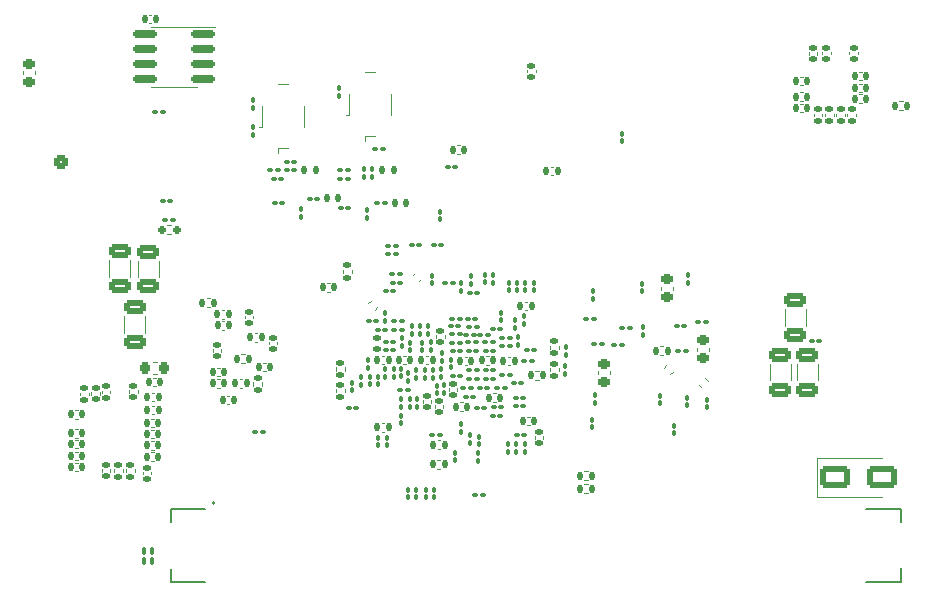
<source format=gbr>
%TF.GenerationSoftware,KiCad,Pcbnew,7.99.0-3958-g1df84f4d92*%
%TF.CreationDate,2023-12-24T00:45:37+01:00*%
%TF.ProjectId,SBC,5342432e-6b69-4636-9164-5f7063625858,rev?*%
%TF.SameCoordinates,Original*%
%TF.FileFunction,Legend,Bot*%
%TF.FilePolarity,Positive*%
%FSLAX46Y46*%
G04 Gerber Fmt 4.6, Leading zero omitted, Abs format (unit mm)*
G04 Created by KiCad (PCBNEW 7.99.0-3958-g1df84f4d92) date 2023-12-24 00:45:37*
%MOMM*%
%LPD*%
G01*
G04 APERTURE LIST*
G04 Aperture macros list*
%AMRoundRect*
0 Rectangle with rounded corners*
0 $1 Rounding radius*
0 $2 $3 $4 $5 $6 $7 $8 $9 X,Y pos of 4 corners*
0 Add a 4 corners polygon primitive as box body*
4,1,4,$2,$3,$4,$5,$6,$7,$8,$9,$2,$3,0*
0 Add four circle primitives for the rounded corners*
1,1,$1+$1,$2,$3*
1,1,$1+$1,$4,$5*
1,1,$1+$1,$6,$7*
1,1,$1+$1,$8,$9*
0 Add four rect primitives between the rounded corners*
20,1,$1+$1,$2,$3,$4,$5,0*
20,1,$1+$1,$4,$5,$6,$7,0*
20,1,$1+$1,$6,$7,$8,$9,0*
20,1,$1+$1,$8,$9,$2,$3,0*%
G04 Aperture macros list end*
%ADD10C,0.120000*%
%ADD11C,0.127000*%
%ADD12C,0.200000*%
%ADD13C,1.000000*%
%ADD14RoundRect,0.250000X-0.350000X0.350000X-0.350000X-0.350000X0.350000X-0.350000X0.350000X0.350000X0*%
%ADD15C,1.200000*%
%ADD16C,0.300000*%
%ADD17C,3.100000*%
%ADD18C,4.700000*%
%ADD19RoundRect,0.140000X-0.170000X0.140000X-0.170000X-0.140000X0.170000X-0.140000X0.170000X0.140000X0*%
%ADD20RoundRect,0.100000X0.130000X0.100000X-0.130000X0.100000X-0.130000X-0.100000X0.130000X-0.100000X0*%
%ADD21RoundRect,0.100000X-0.130000X-0.100000X0.130000X-0.100000X0.130000X0.100000X-0.130000X0.100000X0*%
%ADD22RoundRect,0.135000X-0.185000X0.135000X-0.185000X-0.135000X0.185000X-0.135000X0.185000X0.135000X0*%
%ADD23RoundRect,0.140000X0.140000X0.170000X-0.140000X0.170000X-0.140000X-0.170000X0.140000X-0.170000X0*%
%ADD24RoundRect,0.100000X-0.100000X0.130000X-0.100000X-0.130000X0.100000X-0.130000X0.100000X0.130000X0*%
%ADD25RoundRect,0.135000X-0.135000X-0.185000X0.135000X-0.185000X0.135000X0.185000X-0.135000X0.185000X0*%
%ADD26RoundRect,0.100000X0.100000X-0.130000X0.100000X0.130000X-0.100000X0.130000X-0.100000X-0.130000X0*%
%ADD27RoundRect,0.140000X-0.140000X-0.170000X0.140000X-0.170000X0.140000X0.170000X-0.140000X0.170000X0*%
%ADD28C,1.600000*%
%ADD29C,0.900000*%
%ADD30R,1.400000X3.300000*%
%ADD31R,0.250000X0.850000*%
%ADD32R,0.450000X1.200000*%
%ADD33R,0.300000X1.200000*%
%ADD34RoundRect,0.100000X0.021213X0.162635X-0.162635X-0.021213X-0.021213X-0.162635X0.162635X0.021213X0*%
%ADD35RoundRect,0.135000X0.185000X-0.135000X0.185000X0.135000X-0.185000X0.135000X-0.185000X-0.135000X0*%
%ADD36RoundRect,0.140000X0.170000X-0.140000X0.170000X0.140000X-0.170000X0.140000X-0.170000X-0.140000X0*%
%ADD37RoundRect,0.225000X-0.250000X0.225000X-0.250000X-0.225000X0.250000X-0.225000X0.250000X0.225000X0*%
%ADD38RoundRect,0.135000X0.135000X0.185000X-0.135000X0.185000X-0.135000X-0.185000X0.135000X-0.185000X0*%
%ADD39RoundRect,0.100000X-0.100000X0.217500X-0.100000X-0.217500X0.100000X-0.217500X0.100000X0.217500X0*%
%ADD40R,1.200000X1.800000*%
%ADD41RoundRect,0.160000X-0.197500X-0.160000X0.197500X-0.160000X0.197500X0.160000X-0.197500X0.160000X0*%
%ADD42RoundRect,0.150000X0.825000X0.150000X-0.825000X0.150000X-0.825000X-0.150000X0.825000X-0.150000X0*%
%ADD43RoundRect,0.250000X0.650000X-0.325000X0.650000X0.325000X-0.650000X0.325000X-0.650000X-0.325000X0*%
%ADD44RoundRect,0.147500X0.147500X0.172500X-0.147500X0.172500X-0.147500X-0.172500X0.147500X-0.172500X0*%
%ADD45RoundRect,0.100000X-0.021213X-0.162635X0.162635X0.021213X0.021213X0.162635X-0.162635X-0.021213X0*%
%ADD46RoundRect,0.140000X0.021213X-0.219203X0.219203X-0.021213X-0.021213X0.219203X-0.219203X0.021213X0*%
%ADD47RoundRect,0.250000X-1.000000X-0.650000X1.000000X-0.650000X1.000000X0.650000X-1.000000X0.650000X0*%
%ADD48RoundRect,0.250000X-0.650000X0.325000X-0.650000X-0.325000X0.650000X-0.325000X0.650000X0.325000X0*%
%ADD49RoundRect,0.135000X0.226274X0.035355X0.035355X0.226274X-0.226274X-0.035355X-0.035355X-0.226274X0*%
%ADD50RoundRect,0.225000X0.250000X-0.225000X0.250000X0.225000X-0.250000X0.225000X-0.250000X-0.225000X0*%
%ADD51RoundRect,0.100000X-0.162635X0.021213X0.021213X-0.162635X0.162635X-0.021213X-0.021213X0.162635X0*%
%ADD52RoundRect,0.135000X0.035355X-0.226274X0.226274X-0.035355X-0.035355X0.226274X-0.226274X0.035355X0*%
%ADD53RoundRect,0.100000X0.162635X-0.021213X-0.021213X0.162635X-0.162635X0.021213X0.021213X-0.162635X0*%
%ADD54RoundRect,0.218750X-0.218750X-0.256250X0.218750X-0.256250X0.218750X0.256250X-0.218750X0.256250X0*%
%ADD55RoundRect,0.147500X0.172500X-0.147500X0.172500X0.147500X-0.172500X0.147500X-0.172500X-0.147500X0*%
G04 APERTURE END LIST*
D10*
%TO.C,C165*%
X31740000Y14087978D02*
X31740000Y14303650D01*
X32460000Y14087978D02*
X32460000Y14303650D01*
%TO.C,R36*%
X24374519Y16800973D02*
X24374519Y17108255D01*
X25134519Y16800973D02*
X25134519Y17108255D01*
%TO.C,C5*%
X63720145Y40347486D02*
X63935817Y40347486D01*
X63720145Y39627486D02*
X63935817Y39627486D01*
%TO.C,R62*%
X45708160Y7194614D02*
X45400878Y7194614D01*
X45708160Y6434614D02*
X45400878Y6434614D01*
%TO.C,R73*%
X17398400Y15522559D02*
X17398400Y15829841D01*
X18158400Y15522559D02*
X18158400Y15829841D01*
%TO.C,C283*%
X16467355Y16080014D02*
X16251683Y16080014D01*
X16467355Y15360014D02*
X16251683Y15360014D01*
%TO.C,C10*%
X67717981Y38329650D02*
X67717981Y38545322D01*
X68437981Y38329650D02*
X68437981Y38545322D01*
D11*
%TO.C,J1*%
X10450000Y5100000D02*
X10450000Y4000000D01*
X10450000Y0D02*
X10450000Y-1100000D01*
X10450000Y-1100000D02*
X13350000Y-1100000D01*
X13350000Y5100000D02*
X10450000Y5100000D01*
X72250000Y5100000D02*
X69250000Y5100000D01*
X72250000Y5100000D02*
X72250000Y4000000D01*
X72250000Y100000D02*
X72250000Y-1100000D01*
X72250000Y-1100000D02*
X69250000Y-1100000D01*
D12*
X14125000Y5600000D02*
G75*
G02*
X13925000Y5600000I-100000J0D01*
G01*
X13925000Y5600000D02*
G75*
G02*
X14125000Y5600000I100000J0D01*
G01*
D10*
%TO.C,R37*%
X24974519Y25035973D02*
X24974519Y25343255D01*
X25734519Y25035973D02*
X25734519Y25343255D01*
%TO.C,C330*%
X8746683Y12724614D02*
X8962355Y12724614D01*
X8746683Y12004614D02*
X8962355Y12004614D01*
%TO.C,R96*%
X6602500Y8493241D02*
X6602500Y8185959D01*
X7362500Y8493241D02*
X7362500Y8185959D01*
%TO.C,R71*%
X72386622Y39599986D02*
X72079340Y39599986D01*
X72386622Y38839986D02*
X72079340Y38839986D01*
%TO.C,C212*%
X23907836Y24210000D02*
X23692164Y24210000D01*
X23907836Y23490000D02*
X23692164Y23490000D01*
%TO.C,C12*%
X67867981Y43782822D02*
X67867981Y43567150D01*
X68587981Y43782822D02*
X68587981Y43567150D01*
%TO.C,C333*%
X2537355Y13449614D02*
X2321683Y13449614D01*
X2537355Y12729614D02*
X2321683Y12729614D01*
%TO.C,C255*%
X46562032Y16477553D02*
X46562032Y16758713D01*
X47582032Y16477553D02*
X47582032Y16758713D01*
%TO.C,R69*%
X42518919Y16729773D02*
X42518919Y17037055D01*
X43278919Y16729773D02*
X43278919Y17037055D01*
%TO.C,R74*%
X16380159Y18189800D02*
X16687441Y18189800D01*
X16380159Y17429800D02*
X16687441Y17429800D01*
%TO.C,C202*%
X32886919Y19805250D02*
X32886919Y19589578D01*
X33606919Y19805250D02*
X33606919Y19589578D01*
%TO.C,C158*%
X40394388Y22630224D02*
X40610060Y22630224D01*
X40394388Y21910224D02*
X40610060Y21910224D01*
%TO.C,C280*%
X17742355Y19974614D02*
X17526683Y19974614D01*
X17742355Y19254614D02*
X17526683Y19254614D01*
%TO.C,R70*%
X42518919Y18609373D02*
X42518919Y18916655D01*
X43278919Y18609373D02*
X43278919Y18916655D01*
%TO.C,C284*%
X13994519Y18406778D02*
X13994519Y18622450D01*
X14714519Y18406778D02*
X14714519Y18622450D01*
%TO.C,C7*%
X64867981Y38329650D02*
X64867981Y38545322D01*
X65587981Y38329650D02*
X65587981Y38545322D01*
%TO.C,Y4*%
X17872000Y37433000D02*
X18112000Y37433000D01*
X18112000Y37433000D02*
X18112000Y39233000D01*
X19512000Y41033000D02*
X20312000Y41033000D01*
X19512000Y35633000D02*
X19512000Y35233000D01*
X20312000Y35633000D02*
X19512000Y35633000D01*
X21712000Y39233000D02*
X21712000Y37433000D01*
%TO.C,C133*%
X33940000Y15307836D02*
X33940000Y15092164D01*
X34660000Y15307836D02*
X34660000Y15092164D01*
%TO.C,C6*%
X63720145Y39397486D02*
X63935817Y39397486D01*
X63720145Y38677486D02*
X63935817Y38677486D01*
%TO.C,Y3*%
X25238000Y38449000D02*
X25478000Y38449000D01*
X25478000Y38449000D02*
X25478000Y40249000D01*
X26878000Y42049000D02*
X27678000Y42049000D01*
X26878000Y36649000D02*
X26878000Y36249000D01*
X27678000Y36649000D02*
X26878000Y36649000D01*
X29078000Y40249000D02*
X29078000Y38449000D01*
%TO.C,C274*%
X10478421Y29086400D02*
X10143179Y29086400D01*
X10478421Y28326400D02*
X10143179Y28326400D01*
%TO.C,U18*%
X8737000Y45932000D02*
X10687000Y45932000D01*
X8737000Y40812000D02*
X10687000Y40812000D01*
X12637000Y40812000D02*
X10687000Y40812000D01*
X14137000Y45932000D02*
X10687000Y45932000D01*
%TO.C,C282*%
X18472355Y17480014D02*
X18256683Y17480014D01*
X18472355Y16760014D02*
X18256683Y16760014D01*
%TO.C,C2*%
X65567981Y43782822D02*
X65567981Y43567150D01*
X66287981Y43782822D02*
X66287981Y43567150D01*
%TO.C,C323*%
X8796683Y14924614D02*
X9012355Y14924614D01*
X8796683Y14204614D02*
X9012355Y14204614D01*
%TO.C,C41*%
X63417981Y17386238D02*
X63417981Y15963734D01*
X65237981Y17386238D02*
X65237981Y15963734D01*
%TO.C,C320*%
X8946683Y16212114D02*
X9162355Y16212114D01*
X8946683Y15492114D02*
X9162355Y15492114D01*
%TO.C,C13*%
X68935817Y40197486D02*
X68720145Y40197486D01*
X68935817Y39477486D02*
X68720145Y39477486D01*
%TO.C,C329*%
X2537355Y9924614D02*
X2321683Y9924614D01*
X2537355Y9204614D02*
X2321683Y9204614D01*
%TO.C,C190*%
X30120366Y18057875D02*
X30336038Y18057875D01*
X30120366Y17337875D02*
X30336038Y17337875D01*
%TO.C,C170*%
X31062093Y25049410D02*
X30909590Y24896907D01*
X31571210Y24540293D02*
X31418707Y24387790D01*
%TO.C,C335*%
X8796683Y13824614D02*
X9012355Y13824614D01*
X8796683Y13104614D02*
X9012355Y13104614D01*
%TO.C,D1*%
X65171000Y9432600D02*
X65171000Y6132600D01*
X70681000Y9432600D02*
X65171000Y9432600D01*
X70681000Y6132600D02*
X65171000Y6132600D01*
%TO.C,C154*%
X40590000Y42257836D02*
X40590000Y42042164D01*
X41310000Y42257836D02*
X41310000Y42042164D01*
%TO.C,C332*%
X4594519Y8467436D02*
X4594519Y8251764D01*
X5314519Y8467436D02*
X5314519Y8251764D01*
%TO.C,C328*%
X3694519Y14744278D02*
X3694519Y14959950D01*
X4414519Y14744278D02*
X4414519Y14959950D01*
%TO.C,C67*%
X6454400Y19968748D02*
X6454400Y21391252D01*
X8274400Y19968748D02*
X8274400Y21391252D01*
%TO.C,C155*%
X37349335Y18023934D02*
X37133663Y18023934D01*
X37349335Y17303934D02*
X37133663Y17303934D01*
%TO.C,C279*%
X14376683Y17030014D02*
X14592355Y17030014D01*
X14376683Y16310014D02*
X14592355Y16310014D01*
%TO.C,C15*%
X64442981Y43752822D02*
X64442981Y43537150D01*
X65162981Y43752822D02*
X65162981Y43537150D01*
%TO.C,C325*%
X8044519Y8222450D02*
X8044519Y8006778D01*
X8764519Y8222450D02*
X8764519Y8006778D01*
%TO.C,C318*%
X2744519Y14706778D02*
X2744519Y14922450D01*
X3464519Y14706778D02*
X3464519Y14922450D01*
%TO.C,R34*%
X41299159Y16788400D02*
X41606441Y16788400D01*
X41299159Y16028400D02*
X41606441Y16028400D01*
%TO.C,C151*%
X32790000Y13642164D02*
X32790000Y13857836D01*
X33510000Y13642164D02*
X33510000Y13857836D01*
%TO.C,C168*%
X39173690Y17987600D02*
X38958018Y17987600D01*
X39173690Y17267600D02*
X38958018Y17267600D01*
%TO.C,R38*%
X24374519Y15258255D02*
X24374519Y14950973D01*
X25134519Y15258255D02*
X25134519Y14950973D01*
%TO.C,C43*%
X62402981Y20563734D02*
X62402981Y21986238D01*
X64222981Y20563734D02*
X64222981Y21986238D01*
%TO.C,C331*%
X8746683Y10824614D02*
X8962355Y10824614D01*
X8746683Y10104614D02*
X8962355Y10104614D01*
%TO.C,C285*%
X15392355Y14680014D02*
X15176683Y14680014D01*
X15392355Y13960014D02*
X15176683Y13960014D01*
%TO.C,R63*%
X52131023Y18860285D02*
X51823741Y18860285D01*
X52131023Y18100285D02*
X51823741Y18100285D01*
%TO.C,R72*%
X13450878Y22932114D02*
X13758160Y22932114D01*
X13450878Y22172114D02*
X13758160Y22172114D01*
%TO.C,C130*%
X42592164Y34060000D02*
X42807836Y34060000D01*
X42592164Y33340000D02*
X42807836Y33340000D01*
%TO.C,C334*%
X8746683Y11774614D02*
X8962355Y11774614D01*
X8746683Y11054614D02*
X8962355Y11054614D01*
%TO.C,C178*%
X32211836Y18040382D02*
X31996164Y18040382D01*
X32211836Y17320382D02*
X31996164Y17320382D01*
%TO.C,C36*%
X61117981Y17386238D02*
X61117981Y15963734D01*
X62937981Y17386238D02*
X62937981Y15963734D01*
%TO.C,R33*%
X55127178Y15604554D02*
X55344459Y15387273D01*
X55664579Y16141955D02*
X55881860Y15924674D01*
%TO.C,C9*%
X66767981Y38329650D02*
X66767981Y38545322D01*
X67487981Y38329650D02*
X67487981Y38545322D01*
%TO.C,C256*%
X51913919Y23907394D02*
X51913919Y23626234D01*
X52933919Y23907394D02*
X52933919Y23626234D01*
%TO.C,C276*%
X14967355Y20980014D02*
X14751683Y20980014D01*
X14967355Y20260014D02*
X14751683Y20260014D01*
%TO.C,C66*%
X7622800Y24693148D02*
X7622800Y26115652D01*
X9442800Y24693148D02*
X9442800Y26115652D01*
%TO.C,C157*%
X40811836Y12881069D02*
X40596164Y12881069D01*
X40811836Y12161069D02*
X40596164Y12161069D01*
%TO.C,C267*%
X54944519Y18755194D02*
X54944519Y18474034D01*
X55964519Y18755194D02*
X55964519Y18474034D01*
%TO.C,R40*%
X32950878Y9232114D02*
X33258160Y9232114D01*
X32950878Y8472114D02*
X33258160Y8472114D01*
%TO.C,C4*%
X63720145Y41697486D02*
X63935817Y41697486D01*
X63720145Y40977486D02*
X63935817Y40977486D01*
%TO.C,R39*%
X27355083Y22702579D02*
X27137802Y22485298D01*
X27892484Y22165178D02*
X27675203Y21947897D01*
%TO.C,C337*%
X2537355Y10934614D02*
X2321683Y10934614D01*
X2537355Y10214614D02*
X2321683Y10214614D01*
%TO.C,C129*%
X35147155Y14117414D02*
X34931483Y14117414D01*
X35147155Y13397414D02*
X34931483Y13397414D01*
%TO.C,C3*%
X68935817Y42097486D02*
X68720145Y42097486D01*
X68935817Y41377486D02*
X68720145Y41377486D01*
%TO.C,C169*%
X41233000Y11229836D02*
X41233000Y11014164D01*
X41953000Y11229836D02*
X41953000Y11014164D01*
%TO.C,C140*%
X33232836Y10885000D02*
X33017164Y10885000D01*
X33232836Y10165000D02*
X33017164Y10165000D01*
%TO.C,C338*%
X2537355Y8999614D02*
X2321683Y8999614D01*
X2537355Y8279614D02*
X2321683Y8279614D01*
%TO.C,C310*%
X8789836Y46937000D02*
X8574164Y46937000D01*
X8789836Y46217000D02*
X8574164Y46217000D01*
%TO.C,C336*%
X6899038Y14906778D02*
X6899038Y15122450D01*
X7619038Y14906778D02*
X7619038Y15122450D01*
%TO.C,C289*%
X-2110000Y41884420D02*
X-2110000Y42165580D01*
X-1090000Y41884420D02*
X-1090000Y42165580D01*
%TO.C,C8*%
X65817981Y38329650D02*
X65817981Y38545322D01*
X66537981Y38329650D02*
X66537981Y38545322D01*
%TO.C,C193*%
X28273389Y18067157D02*
X28489061Y18067157D01*
X28273389Y17347157D02*
X28489061Y17347157D01*
%TO.C,R97*%
X5602500Y8493241D02*
X5602500Y8185959D01*
X6362500Y8493241D02*
X6362500Y8185959D01*
%TO.C,C166*%
X35292798Y17990914D02*
X35508470Y17990914D01*
X35292798Y17270914D02*
X35508470Y17270914D01*
%TO.C,C322*%
X2537355Y11854614D02*
X2321683Y11854614D01*
X2537355Y11134614D02*
X2321683Y11134614D01*
%TO.C,C11*%
X68935817Y41097486D02*
X68720145Y41097486D01*
X68935817Y40377486D02*
X68720145Y40377486D01*
%TO.C,C156*%
X37703258Y14862269D02*
X37918930Y14862269D01*
X37703258Y14142269D02*
X37918930Y14142269D01*
%TO.C,C324*%
X8746683Y9874614D02*
X8962355Y9874614D01*
X8746683Y9154614D02*
X8962355Y9154614D01*
%TO.C,FB7*%
X9217298Y17562114D02*
X8891740Y17562114D01*
X9217298Y16542114D02*
X8891740Y16542114D01*
%TO.C,C278*%
X14942355Y21930014D02*
X14726683Y21930014D01*
X14942355Y21210014D02*
X14726683Y21210014D01*
%TO.C,C173*%
X34692164Y35860000D02*
X34907836Y35860000D01*
X34692164Y35140000D02*
X34907836Y35140000D01*
%TO.C,C277*%
X16674519Y21427850D02*
X16674519Y21212178D01*
X17394519Y21427850D02*
X17394519Y21212178D01*
%TO.C,R61*%
X45708160Y8294614D02*
X45400878Y8294614D01*
X45708160Y7534614D02*
X45400878Y7534614D01*
%TO.C,C141*%
X28272164Y12360000D02*
X28487836Y12360000D01*
X28272164Y11640000D02*
X28487836Y11640000D01*
%TO.C,C326*%
X4594519Y14881778D02*
X4594519Y15097450D01*
X5314519Y14881778D02*
X5314519Y15097450D01*
%TO.C,C70*%
X5184400Y24718548D02*
X5184400Y26141052D01*
X7004400Y24718548D02*
X7004400Y26141052D01*
%TO.C,C281*%
X14376683Y16080014D02*
X14592355Y16080014D01*
X14376683Y15360014D02*
X14592355Y15360014D01*
%TO.C,R64*%
X52381469Y17243184D02*
X52164188Y17025903D01*
X52918870Y16705783D02*
X52701589Y16488502D01*
%TO.C,C286*%
X18724519Y19227850D02*
X18724519Y19012178D01*
X19444519Y19227850D02*
X19444519Y19012178D01*
%TD*%
%LPC*%
D13*
X-4000000Y51000000D02*
X80000000Y51000000D01*
X80000000Y-4000000D01*
X-4000000Y-4000000D01*
X-4000000Y51000000D01*
D14*
%TO.C,J3*%
X1112000Y34427000D03*
D15*
X-888000Y34427000D03*
X1112000Y32427000D03*
X-888000Y32427000D03*
X1112000Y30427000D03*
X-888000Y30427000D03*
X1112000Y28427000D03*
X-888000Y28427000D03*
X1112000Y26427000D03*
X-888000Y26427000D03*
%TD*%
D16*
%TO.C,U6*%
X7185800Y23386000D03*
X7685800Y23386000D03*
X8185800Y23386000D03*
X7185800Y24386000D03*
X7685800Y24386000D03*
X8185800Y24386000D03*
%TD*%
D17*
%TO.C,H3*%
X0Y47000000D03*
D18*
X0Y47000000D03*
%TD*%
D17*
%TO.C,H1*%
X76000000Y47000000D03*
D18*
X76000000Y47000000D03*
%TD*%
D17*
%TO.C,H2*%
X0Y0D03*
D18*
X0Y0D03*
%TD*%
D17*
%TO.C,H4*%
X76000000Y0D03*
D18*
X76000000Y0D03*
%TD*%
D19*
%TO.C,C165*%
X32100000Y14675814D03*
X32100000Y13715814D03*
%TD*%
D20*
%TO.C,C137*%
X10370000Y31150000D03*
X9730000Y31150000D03*
%TD*%
%TO.C,C215*%
X36348014Y16111994D03*
X35708014Y16111994D03*
%TD*%
D21*
%TO.C,C295*%
X24773600Y33049800D03*
X25413600Y33049800D03*
%TD*%
D22*
%TO.C,R36*%
X24754519Y17464614D03*
X24754519Y16444614D03*
%TD*%
D23*
%TO.C,C5*%
X64307981Y39987486D03*
X63347981Y39987486D03*
%TD*%
D24*
%TO.C,C180*%
X48600000Y36870000D03*
X48600000Y36230000D03*
%TD*%
D25*
%TO.C,R62*%
X45044519Y6814614D03*
X46064519Y6814614D03*
%TD*%
D21*
%TO.C,C160*%
X36636400Y19850000D03*
X37276400Y19850000D03*
%TD*%
D26*
%TO.C,C240*%
X39750000Y23601224D03*
X39750000Y24241224D03*
%TD*%
D22*
%TO.C,R73*%
X17778400Y16186200D03*
X17778400Y15166200D03*
%TD*%
D27*
%TO.C,C283*%
X15879519Y15720014D03*
X16839519Y15720014D03*
%TD*%
D20*
%TO.C,C184*%
X38316800Y12983800D03*
X37676800Y12983800D03*
%TD*%
D19*
%TO.C,C10*%
X68077981Y38917486D03*
X68077981Y37957486D03*
%TD*%
D26*
%TO.C,C245*%
X30502519Y15925814D03*
X30502519Y16565814D03*
%TD*%
%TO.C,C197*%
X38355924Y21050429D03*
X38355924Y21690429D03*
%TD*%
D28*
%TO.C,J1*%
X70200000Y2000000D03*
D29*
X12500000Y2000000D03*
D30*
X72050000Y2000000D03*
D31*
X71225000Y3225000D03*
X71225000Y775000D03*
D30*
X10650000Y2000000D03*
D31*
X11475000Y3225000D03*
X11475000Y775000D03*
D32*
X14025000Y4700000D03*
D33*
X14600000Y4700000D03*
X15100000Y4700000D03*
X15600000Y4700000D03*
X16100000Y4700000D03*
X16600000Y4700000D03*
X17100000Y4700000D03*
X17600000Y4700000D03*
X18100000Y4700000D03*
X18600000Y4700000D03*
X19100000Y4700000D03*
X19600000Y4700000D03*
X20100000Y4700000D03*
X20600000Y4700000D03*
X21100000Y4700000D03*
X21600000Y4700000D03*
X22100000Y4700000D03*
X22600000Y4700000D03*
X23100000Y4700000D03*
X23600000Y4700000D03*
X24100000Y4700000D03*
X24600000Y4700000D03*
X25100000Y4700000D03*
X25600000Y4700000D03*
X26100000Y4700000D03*
X26600000Y4700000D03*
X27100000Y4700000D03*
X27600000Y4700000D03*
X28100000Y4700000D03*
X28600000Y4700000D03*
X29100000Y4700000D03*
X29600000Y4700000D03*
X30100000Y4700000D03*
X30600000Y4700000D03*
X31100000Y4700000D03*
X31600000Y4700000D03*
X32100000Y4700000D03*
X32600000Y4700000D03*
X33100000Y4700000D03*
X33600000Y4700000D03*
X34100000Y4700000D03*
X34600000Y4700000D03*
X35100000Y4700000D03*
X35600000Y4700000D03*
X36100000Y4700000D03*
X36600000Y4700000D03*
X37100000Y4700000D03*
X37600000Y4700000D03*
X38100000Y4700000D03*
X38600000Y4700000D03*
X39100000Y4700000D03*
X39600000Y4700000D03*
X40100000Y4700000D03*
X40600000Y4700000D03*
X41100000Y4700000D03*
X41600000Y4700000D03*
X42100000Y4700000D03*
X42600000Y4700000D03*
X43100000Y4700000D03*
X43600000Y4700000D03*
X44100000Y4700000D03*
X44600000Y4700000D03*
X45100000Y4700000D03*
X45600000Y4700000D03*
X46100000Y4700000D03*
X46600000Y4700000D03*
X47100000Y4700000D03*
X47600000Y4700000D03*
X48100000Y4700000D03*
X48600000Y4700000D03*
X49100000Y4700000D03*
X49600000Y4700000D03*
X50100000Y4700000D03*
X50600000Y4700000D03*
X51100000Y4700000D03*
X51600000Y4700000D03*
X52100000Y4700000D03*
X52600000Y4700000D03*
X53100000Y4700000D03*
X53600000Y4700000D03*
X54100000Y4700000D03*
X54600000Y4700000D03*
X55100000Y4700000D03*
X55600000Y4700000D03*
X56100000Y4700000D03*
X56600000Y4700000D03*
X57100000Y4700000D03*
X57600000Y4700000D03*
X58100000Y4700000D03*
X58600000Y4700000D03*
X59100000Y4700000D03*
X59600000Y4700000D03*
X60100000Y4700000D03*
X60600000Y4700000D03*
X61100000Y4700000D03*
X61600000Y4700000D03*
X62100000Y4700000D03*
X62600000Y4700000D03*
X63100000Y4700000D03*
X63600000Y4700000D03*
X64100000Y4700000D03*
X64600000Y4700000D03*
X65100000Y4700000D03*
X65600000Y4700000D03*
X66100000Y4700000D03*
X66600000Y4700000D03*
X67100000Y4700000D03*
X67600000Y4700000D03*
X68100000Y4700000D03*
D32*
X68675000Y4700000D03*
X14025000Y-700000D03*
D33*
X14600000Y-700000D03*
X15100000Y-700000D03*
X15600000Y-700000D03*
X16100000Y-700000D03*
X16600000Y-700000D03*
X17100000Y-700000D03*
X17600000Y-700000D03*
X18100000Y-700000D03*
X18600000Y-700000D03*
X19100000Y-700000D03*
X19600000Y-700000D03*
X20100000Y-700000D03*
X20600000Y-700000D03*
X21100000Y-700000D03*
X21600000Y-700000D03*
X22100000Y-700000D03*
X22600000Y-700000D03*
X23100000Y-700000D03*
X23600000Y-700000D03*
X24100000Y-700000D03*
X24600000Y-700000D03*
X25100000Y-700000D03*
X25600000Y-700000D03*
X26100000Y-700000D03*
X26600000Y-700000D03*
X27100000Y-700000D03*
X27600000Y-700000D03*
X28100000Y-700000D03*
X28600000Y-700000D03*
X29100000Y-700000D03*
X29600000Y-700000D03*
X30100000Y-700000D03*
X30600000Y-700000D03*
X31100000Y-700000D03*
X31600000Y-700000D03*
X32100000Y-700000D03*
X32600000Y-700000D03*
X33100000Y-700000D03*
X33600000Y-700000D03*
X34100000Y-700000D03*
X34600000Y-700000D03*
X35100000Y-700000D03*
X35600000Y-700000D03*
X36100000Y-700000D03*
X36600000Y-700000D03*
X37100000Y-700000D03*
X37600000Y-700000D03*
X38100000Y-700000D03*
X38600000Y-700000D03*
X39100000Y-700000D03*
X39600000Y-700000D03*
X40100000Y-700000D03*
X40600000Y-700000D03*
X41100000Y-700000D03*
X41600000Y-700000D03*
X42100000Y-700000D03*
X42600000Y-700000D03*
X43100000Y-700000D03*
X43600000Y-700000D03*
X44100000Y-700000D03*
X44600000Y-700000D03*
X45100000Y-700000D03*
X45600000Y-700000D03*
X46100000Y-700000D03*
X46600000Y-700000D03*
X47100000Y-700000D03*
X47600000Y-700000D03*
X48100000Y-700000D03*
X48600000Y-700000D03*
X49100000Y-700000D03*
X49600000Y-700000D03*
X50100000Y-700000D03*
X50600000Y-700000D03*
X51100000Y-700000D03*
X51600000Y-700000D03*
X52100000Y-700000D03*
X52600000Y-700000D03*
X53100000Y-700000D03*
X53600000Y-700000D03*
X54100000Y-700000D03*
X54600000Y-700000D03*
X55100000Y-700000D03*
X55600000Y-700000D03*
X56100000Y-700000D03*
X56600000Y-700000D03*
X57100000Y-700000D03*
X57600000Y-700000D03*
X58100000Y-700000D03*
X58600000Y-700000D03*
X59100000Y-700000D03*
X59600000Y-700000D03*
X60100000Y-700000D03*
X60600000Y-700000D03*
X61100000Y-700000D03*
X61600000Y-700000D03*
X62100000Y-700000D03*
X62600000Y-700000D03*
X63100000Y-700000D03*
X63600000Y-700000D03*
X64100000Y-700000D03*
X64600000Y-700000D03*
X65100000Y-700000D03*
X65600000Y-700000D03*
X66100000Y-700000D03*
X66600000Y-700000D03*
X67100000Y-700000D03*
X67600000Y-700000D03*
X68100000Y-700000D03*
D32*
X68675000Y-700000D03*
%TD*%
D26*
%TO.C,C207*%
X39602429Y20406539D03*
X39602429Y21046539D03*
%TD*%
D34*
%TO.C,C192*%
X28913274Y15528274D03*
X28460726Y15075726D03*
%TD*%
D20*
%TO.C,C221*%
X34914200Y21168400D03*
X34274200Y21168400D03*
%TD*%
D22*
%TO.C,R37*%
X25354519Y25699614D03*
X25354519Y24679614D03*
%TD*%
D23*
%TO.C,C330*%
X9334519Y12364614D03*
X8374519Y12364614D03*
%TD*%
D24*
%TO.C,C214*%
X31300000Y14370000D03*
X31300000Y13730000D03*
%TD*%
D21*
%TO.C,C210*%
X34290440Y18431331D03*
X34930440Y18431331D03*
%TD*%
D20*
%TO.C,C117*%
X29970000Y21000000D03*
X29330000Y21000000D03*
%TD*%
D24*
%TO.C,C124*%
X36450000Y9820000D03*
X36450000Y9180000D03*
%TD*%
D20*
%TO.C,C226*%
X31450000Y27410000D03*
X30810000Y27410000D03*
%TD*%
D21*
%TO.C,C275*%
X9965400Y29544600D03*
X10605400Y29544600D03*
%TD*%
D20*
%TO.C,C185*%
X39129949Y19562584D03*
X38489949Y19562584D03*
%TD*%
D35*
%TO.C,R96*%
X6982500Y7829600D03*
X6982500Y8849600D03*
%TD*%
D26*
%TO.C,C254*%
X43914919Y18138214D03*
X43914919Y18778214D03*
%TD*%
D25*
%TO.C,R71*%
X71722981Y39219986D03*
X72742981Y39219986D03*
%TD*%
D27*
%TO.C,C212*%
X23320000Y23850000D03*
X24280000Y23850000D03*
%TD*%
D36*
%TO.C,C12*%
X68227981Y43194986D03*
X68227981Y44154986D03*
%TD*%
D21*
%TO.C,C112*%
X28610000Y23500000D03*
X29250000Y23500000D03*
%TD*%
D26*
%TO.C,C182*%
X32950000Y14880000D03*
X32950000Y15520000D03*
%TD*%
D20*
%TO.C,C88*%
X29477600Y26649000D03*
X28837600Y26649000D03*
%TD*%
D21*
%TO.C,C208*%
X39719944Y11332349D03*
X40359944Y11332349D03*
%TD*%
D27*
%TO.C,C333*%
X1949519Y13089614D03*
X2909519Y13089614D03*
%TD*%
D20*
%TO.C,C177*%
X40260884Y14518779D03*
X39620884Y14518779D03*
%TD*%
D37*
%TO.C,C255*%
X47072032Y17393133D03*
X47072032Y15843133D03*
%TD*%
D21*
%TO.C,C122*%
X27930000Y20250000D03*
X28570000Y20250000D03*
%TD*%
D26*
%TO.C,C249*%
X39050000Y23601224D03*
X39050000Y24241224D03*
%TD*%
%TO.C,C201*%
X32626319Y16182382D03*
X32626319Y16822382D03*
%TD*%
%TO.C,C266*%
X50317519Y23520814D03*
X50317519Y24160814D03*
%TD*%
D20*
%TO.C,C89*%
X29477600Y27385600D03*
X28837600Y27385600D03*
%TD*%
D24*
%TO.C,C264*%
X53054519Y12134614D03*
X53054519Y11494614D03*
%TD*%
D26*
%TO.C,C233*%
X33337519Y16280000D03*
X33337519Y16920000D03*
%TD*%
D24*
%TO.C,C189*%
X34450000Y9845000D03*
X34450000Y9205000D03*
%TD*%
D26*
%TO.C,C161*%
X29300000Y16280000D03*
X29300000Y16920000D03*
%TD*%
D22*
%TO.C,R69*%
X42898919Y17393414D03*
X42898919Y16373414D03*
%TD*%
D38*
%TO.C,R74*%
X17043800Y17809800D03*
X16023800Y17809800D03*
%TD*%
D20*
%TO.C,C219*%
X34923820Y16351645D03*
X34283820Y16351645D03*
%TD*%
%TO.C,C71*%
X36832000Y6277000D03*
X36192000Y6277000D03*
%TD*%
D36*
%TO.C,C202*%
X33246919Y19217414D03*
X33246919Y20177414D03*
%TD*%
D23*
%TO.C,C158*%
X40982224Y22270224D03*
X40022224Y22270224D03*
%TD*%
D39*
%TO.C,R99*%
X8837600Y1529500D03*
X8837600Y714500D03*
%TD*%
D20*
%TO.C,C196*%
X38390000Y13680000D03*
X37750000Y13680000D03*
%TD*%
D24*
%TO.C,C116*%
X26550000Y16245000D03*
X26550000Y15605000D03*
%TD*%
D20*
%TO.C,C234*%
X29254519Y19245014D03*
X28614519Y19245014D03*
%TD*%
D21*
%TO.C,C134*%
X34135000Y20575000D03*
X34775000Y20575000D03*
%TD*%
D27*
%TO.C,C280*%
X17154519Y19614614D03*
X18114519Y19614614D03*
%TD*%
D26*
%TO.C,C188*%
X40450000Y23592969D03*
X40450000Y24232969D03*
%TD*%
D20*
%TO.C,C205*%
X38329214Y20355600D03*
X37689214Y20355600D03*
%TD*%
%TO.C,C174*%
X36298484Y18497689D03*
X35658484Y18497689D03*
%TD*%
D22*
%TO.C,R70*%
X42898919Y19273014D03*
X42898919Y18253014D03*
%TD*%
D19*
%TO.C,C284*%
X14354519Y18994614D03*
X14354519Y18034614D03*
%TD*%
D39*
%TO.C,R98*%
X8126400Y1529500D03*
X8126400Y714500D03*
%TD*%
D21*
%TO.C,C127*%
X32580000Y11350000D03*
X33220000Y11350000D03*
%TD*%
D24*
%TO.C,C298*%
X27481200Y33862600D03*
X27481200Y33222600D03*
%TD*%
D20*
%TO.C,C236*%
X30472519Y15170814D03*
X29832519Y15170814D03*
%TD*%
D24*
%TO.C,C176*%
X39684979Y10587454D03*
X39684979Y9947454D03*
%TD*%
D20*
%TO.C,C247*%
X39129949Y18860909D03*
X38489949Y18860909D03*
%TD*%
D19*
%TO.C,C7*%
X65227981Y38917486D03*
X65227981Y37957486D03*
%TD*%
D40*
%TO.C,Y4*%
X18712000Y36333000D03*
X18712000Y40333000D03*
X21112000Y40333000D03*
X21112000Y36333000D03*
%TD*%
D21*
%TO.C,C303*%
X19236400Y31017800D03*
X19876400Y31017800D03*
%TD*%
D36*
%TO.C,C133*%
X34300000Y14720000D03*
X34300000Y15680000D03*
%TD*%
D24*
%TO.C,C232*%
X31203919Y16820614D03*
X31203919Y16180614D03*
%TD*%
D23*
%TO.C,C6*%
X64307981Y39037486D03*
X63347981Y39037486D03*
%TD*%
D26*
%TO.C,C150*%
X28600000Y16280000D03*
X28600000Y16920000D03*
%TD*%
D40*
%TO.C,Y3*%
X26078000Y37349000D03*
X26078000Y41349000D03*
X28478000Y41349000D03*
X28478000Y37349000D03*
%TD*%
D41*
%TO.C,C274*%
X9713300Y28706400D03*
X10908300Y28706400D03*
%TD*%
D24*
%TO.C,C200*%
X33250000Y30270000D03*
X33250000Y29630000D03*
%TD*%
D42*
%TO.C,U18*%
X13162000Y45277000D03*
X13162000Y44007000D03*
X13162000Y42737000D03*
X13162000Y41467000D03*
X8212000Y41467000D03*
X8212000Y42737000D03*
X8212000Y44007000D03*
X8212000Y45277000D03*
%TD*%
D26*
%TO.C,C305*%
X21486800Y29819000D03*
X21486800Y30459000D03*
%TD*%
D24*
%TO.C,C213*%
X29970319Y19540214D03*
X29970319Y18900214D03*
%TD*%
D27*
%TO.C,C282*%
X17884519Y17120014D03*
X18844519Y17120014D03*
%TD*%
D36*
%TO.C,C2*%
X65927981Y43194986D03*
X65927981Y44154986D03*
%TD*%
D23*
%TO.C,C323*%
X9384519Y14564614D03*
X8424519Y14564614D03*
%TD*%
D43*
%TO.C,C41*%
X64327981Y15199986D03*
X64327981Y18149986D03*
%TD*%
D21*
%TO.C,C186*%
X35568519Y21176014D03*
X36208519Y21176014D03*
%TD*%
D20*
%TO.C,C302*%
X22822800Y31322600D03*
X22182800Y31322600D03*
%TD*%
D24*
%TO.C,C139*%
X29950000Y12970000D03*
X29950000Y12330000D03*
%TD*%
D23*
%TO.C,C320*%
X9534519Y15852114D03*
X8574519Y15852114D03*
%TD*%
D24*
%TO.C,C114*%
X25804800Y15767600D03*
X25804800Y15127600D03*
%TD*%
D27*
%TO.C,C13*%
X68347981Y39837486D03*
X69307981Y39837486D03*
%TD*%
D26*
%TO.C,C299*%
X27074800Y29732600D03*
X27074800Y30372600D03*
%TD*%
D20*
%TO.C,C307*%
X20892400Y34472200D03*
X20252400Y34472200D03*
%TD*%
D26*
%TO.C,C262*%
X46104519Y12019614D03*
X46104519Y12659614D03*
%TD*%
D21*
%TO.C,C304*%
X24773600Y33761000D03*
X25413600Y33761000D03*
%TD*%
D24*
%TO.C,C93*%
X32713600Y6725200D03*
X32713600Y6085200D03*
%TD*%
D21*
%TO.C,C297*%
X18830000Y33761000D03*
X19470000Y33761000D03*
%TD*%
D44*
%TO.C,FB6*%
X22683000Y33811800D03*
X21713000Y33811800D03*
%TD*%
D27*
%TO.C,C329*%
X1949519Y9564614D03*
X2909519Y9564614D03*
%TD*%
D23*
%TO.C,C190*%
X30708202Y17697875D03*
X29748202Y17697875D03*
%TD*%
D24*
%TO.C,C115*%
X27950000Y16270000D03*
X27950000Y15630000D03*
%TD*%
D45*
%TO.C,C195*%
X31223726Y15123726D03*
X31676274Y15576274D03*
%TD*%
D46*
%TO.C,C170*%
X30900989Y24379189D03*
X31579811Y25058011D03*
%TD*%
D23*
%TO.C,C335*%
X9384519Y13464614D03*
X8424519Y13464614D03*
%TD*%
D45*
%TO.C,C138*%
X32773726Y21248726D03*
X33226274Y21701274D03*
%TD*%
D24*
%TO.C,C179*%
X34118700Y17704857D03*
X34118700Y17064857D03*
%TD*%
D26*
%TO.C,C252*%
X51850000Y14030000D03*
X51850000Y14670000D03*
%TD*%
%TO.C,C171*%
X33550000Y14930000D03*
X33550000Y15570000D03*
%TD*%
D20*
%TO.C,C216*%
X37726599Y16846689D03*
X37086599Y16846689D03*
%TD*%
D47*
%TO.C,D1*%
X66681000Y7782600D03*
X70681000Y7782600D03*
%TD*%
D36*
%TO.C,C154*%
X40950000Y41670000D03*
X40950000Y42630000D03*
%TD*%
D26*
%TO.C,C253*%
X43813319Y16512614D03*
X43813319Y17152614D03*
%TD*%
D36*
%TO.C,C332*%
X4954519Y7879600D03*
X4954519Y8839600D03*
%TD*%
D19*
%TO.C,C328*%
X4054519Y15332114D03*
X4054519Y14372114D03*
%TD*%
D48*
%TO.C,C67*%
X7364400Y22155000D03*
X7364400Y19205000D03*
%TD*%
D20*
%TO.C,FB2*%
X36082600Y19822200D03*
X35442600Y19822200D03*
%TD*%
D21*
%TO.C,C237*%
X37070089Y18481179D03*
X37710089Y18481179D03*
%TD*%
D24*
%TO.C,C92*%
X32002400Y6725200D03*
X32002400Y6085200D03*
%TD*%
D27*
%TO.C,C155*%
X36761499Y17663934D03*
X37721499Y17663934D03*
%TD*%
D24*
%TO.C,R56*%
X34999519Y24213814D03*
X34999519Y23573814D03*
%TD*%
D26*
%TO.C,C218*%
X41150000Y23592969D03*
X41150000Y24232969D03*
%TD*%
D23*
%TO.C,C279*%
X14964519Y16670014D03*
X14004519Y16670014D03*
%TD*%
D24*
%TO.C,C91*%
X31215000Y6725200D03*
X31215000Y6085200D03*
%TD*%
D36*
%TO.C,C15*%
X64802981Y43164986D03*
X64802981Y44124986D03*
%TD*%
D26*
%TO.C,C145*%
X27950000Y10480000D03*
X27950000Y11120000D03*
%TD*%
D20*
%TO.C,C220*%
X35819694Y15336024D03*
X35179694Y15336024D03*
%TD*%
D36*
%TO.C,C325*%
X8404519Y7634614D03*
X8404519Y8594614D03*
%TD*%
D24*
%TO.C,C152*%
X35812319Y24798014D03*
X35812319Y24158014D03*
%TD*%
D19*
%TO.C,C318*%
X3104519Y15294614D03*
X3104519Y14334614D03*
%TD*%
D20*
%TO.C,C230*%
X40269139Y13822000D03*
X39629139Y13822000D03*
%TD*%
D21*
%TO.C,C231*%
X27180000Y20975000D03*
X27820000Y20975000D03*
%TD*%
D38*
%TO.C,R34*%
X41962800Y16408400D03*
X40942800Y16408400D03*
%TD*%
D19*
%TO.C,C151*%
X33150000Y14230000D03*
X33150000Y13270000D03*
%TD*%
D26*
%TO.C,C263*%
X54107519Y13850814D03*
X54107519Y14490814D03*
%TD*%
D27*
%TO.C,C168*%
X38585854Y17627600D03*
X39545854Y17627600D03*
%TD*%
D35*
%TO.C,R38*%
X24754519Y14594614D03*
X24754519Y15614614D03*
%TD*%
D48*
%TO.C,C43*%
X63312981Y22749986D03*
X63312981Y19799986D03*
%TD*%
D21*
%TO.C,C87*%
X40343719Y17594614D03*
X40983719Y17594614D03*
%TD*%
D24*
%TO.C,C120*%
X27125000Y17670000D03*
X27125000Y17030000D03*
%TD*%
D26*
%TO.C,C224*%
X32434119Y18544614D03*
X32434119Y19184614D03*
%TD*%
D23*
%TO.C,C331*%
X9334519Y10464614D03*
X8374519Y10464614D03*
%TD*%
D24*
%TO.C,C90*%
X30503800Y6725200D03*
X30503800Y6085200D03*
%TD*%
D21*
%TO.C,C227*%
X37094854Y16120249D03*
X37734854Y16120249D03*
%TD*%
D27*
%TO.C,C285*%
X14804519Y14320014D03*
X15764519Y14320014D03*
%TD*%
D21*
%TO.C,C293*%
X24824400Y30560600D03*
X25464400Y30560600D03*
%TD*%
D25*
%TO.C,R63*%
X51467382Y18480285D03*
X52487382Y18480285D03*
%TD*%
D20*
%TO.C,C241*%
X34914200Y19873000D03*
X34274200Y19873000D03*
%TD*%
D24*
%TO.C,C203*%
X32175571Y20544468D03*
X32175571Y19904468D03*
%TD*%
D38*
%TO.C,R72*%
X14114519Y22552114D03*
X13094519Y22552114D03*
%TD*%
D23*
%TO.C,C130*%
X43180000Y33700000D03*
X42220000Y33700000D03*
%TD*%
%TO.C,C334*%
X9334519Y11414614D03*
X8374519Y11414614D03*
%TD*%
D27*
%TO.C,C178*%
X31624000Y17680382D03*
X32584000Y17680382D03*
%TD*%
D24*
%TO.C,C217*%
X39850919Y19641814D03*
X39850919Y19001814D03*
%TD*%
D21*
%TO.C,C239*%
X39472294Y15724009D03*
X40112294Y15724009D03*
%TD*%
D26*
%TO.C,C261*%
X46200000Y22880000D03*
X46200000Y23520000D03*
%TD*%
D24*
%TO.C,C268*%
X55804519Y14334614D03*
X55804519Y13694614D03*
%TD*%
D43*
%TO.C,C36*%
X62027981Y15199986D03*
X62027981Y18149986D03*
%TD*%
D21*
%TO.C,C259*%
X47977519Y18930814D03*
X48617519Y18930814D03*
%TD*%
D49*
%TO.C,R33*%
X55865143Y15403990D03*
X55143895Y16125238D03*
%TD*%
D26*
%TO.C,C125*%
X28600000Y21005000D03*
X28600000Y21645000D03*
%TD*%
D19*
%TO.C,C9*%
X67127981Y38917486D03*
X67127981Y37957486D03*
%TD*%
D50*
%TO.C,C256*%
X52423919Y22991814D03*
X52423919Y24541814D03*
%TD*%
D27*
%TO.C,C276*%
X14379519Y20620014D03*
X15339519Y20620014D03*
%TD*%
D20*
%TO.C,C294*%
X28548000Y30967000D03*
X27908000Y30967000D03*
%TD*%
%TO.C,C270*%
X55737519Y20920814D03*
X55097519Y20920814D03*
%TD*%
%TO.C,C243*%
X29264519Y18542476D03*
X28624519Y18542476D03*
%TD*%
D48*
%TO.C,C66*%
X8532800Y26879400D03*
X8532800Y23929400D03*
%TD*%
D27*
%TO.C,C157*%
X40224000Y12521069D03*
X41184000Y12521069D03*
%TD*%
D26*
%TO.C,C301*%
X17372000Y36743000D03*
X17372000Y37383000D03*
%TD*%
D20*
%TO.C,C113*%
X29820000Y25000000D03*
X29180000Y25000000D03*
%TD*%
D26*
%TO.C,C209*%
X33386356Y17617614D03*
X33386356Y18257614D03*
%TD*%
D21*
%TO.C,C292*%
X27745400Y35539000D03*
X28385400Y35539000D03*
%TD*%
D26*
%TO.C,C225*%
X29907000Y16307000D03*
X29907000Y16947000D03*
%TD*%
D50*
%TO.C,C267*%
X55454519Y17839614D03*
X55454519Y19389614D03*
%TD*%
D51*
%TO.C,C146*%
X37110126Y11813074D03*
X37562674Y11360526D03*
%TD*%
D24*
%TO.C,C119*%
X27250000Y16270000D03*
X27250000Y15630000D03*
%TD*%
%TO.C,C250*%
X31915119Y16819272D03*
X31915119Y16179272D03*
%TD*%
D26*
%TO.C,C135*%
X37000000Y24271600D03*
X37000000Y24911600D03*
%TD*%
D21*
%TO.C,C167*%
X36340000Y13670000D03*
X36980000Y13670000D03*
%TD*%
D20*
%TO.C,C136*%
X26130000Y13640000D03*
X25490000Y13640000D03*
%TD*%
D38*
%TO.C,R40*%
X33614519Y8852114D03*
X32594519Y8852114D03*
%TD*%
D21*
%TO.C,C123*%
X29330000Y20275000D03*
X29970000Y20275000D03*
%TD*%
D23*
%TO.C,C4*%
X64307981Y41337486D03*
X63347981Y41337486D03*
%TD*%
D24*
%TO.C,C248*%
X40304104Y21426269D03*
X40304104Y20786269D03*
%TD*%
D52*
%TO.C,R39*%
X27154519Y21964614D03*
X27875767Y22685862D03*
%TD*%
D21*
%TO.C,C229*%
X38506459Y16417429D03*
X39146459Y16417429D03*
%TD*%
D27*
%TO.C,C337*%
X1949519Y10574614D03*
X2909519Y10574614D03*
%TD*%
D24*
%TO.C,C271*%
X46353400Y14736400D03*
X46353400Y14096400D03*
%TD*%
D44*
%TO.C,FB4*%
X29310000Y33745800D03*
X28340000Y33745800D03*
%TD*%
D27*
%TO.C,C129*%
X34559319Y13757414D03*
X35519319Y13757414D03*
%TD*%
D24*
%TO.C,C187*%
X38983304Y10587454D03*
X38983304Y9947454D03*
%TD*%
D26*
%TO.C,C265*%
X50367519Y19840814D03*
X50367519Y20480814D03*
%TD*%
D24*
%TO.C,C147*%
X35025000Y12270000D03*
X35025000Y11630000D03*
%TD*%
D27*
%TO.C,C3*%
X68347981Y41737486D03*
X69307981Y41737486D03*
%TD*%
D26*
%TO.C,C244*%
X30700000Y18530000D03*
X30700000Y19170000D03*
%TD*%
D20*
%TO.C,C308*%
X20892400Y33761000D03*
X20252400Y33761000D03*
%TD*%
%TO.C,C251*%
X34520000Y34050000D03*
X33880000Y34050000D03*
%TD*%
D24*
%TO.C,C183*%
X30650000Y14370000D03*
X30650000Y13730000D03*
%TD*%
D21*
%TO.C,C242*%
X34263389Y19166344D03*
X34903389Y19166344D03*
%TD*%
%TO.C,C258*%
X53397519Y18420814D03*
X54037519Y18420814D03*
%TD*%
D20*
%TO.C,C238*%
X38708944Y15319514D03*
X38068944Y15319514D03*
%TD*%
D36*
%TO.C,C169*%
X41593000Y10642000D03*
X41593000Y11602000D03*
%TD*%
D27*
%TO.C,C140*%
X32645000Y10525000D03*
X33605000Y10525000D03*
%TD*%
%TO.C,C338*%
X1949519Y8639614D03*
X2909519Y8639614D03*
%TD*%
D21*
%TO.C,C257*%
X46267519Y19030814D03*
X46907519Y19030814D03*
%TD*%
D27*
%TO.C,C310*%
X8202000Y46577000D03*
X9162000Y46577000D03*
%TD*%
D20*
%TO.C,C143*%
X18210000Y11599000D03*
X17570000Y11599000D03*
%TD*%
D21*
%TO.C,C273*%
X48667519Y20375200D03*
X49307519Y20375200D03*
%TD*%
%TO.C,C206*%
X35708014Y16838434D03*
X36348014Y16838434D03*
%TD*%
%TO.C,C222*%
X33660000Y24210000D03*
X34300000Y24210000D03*
%TD*%
D26*
%TO.C,C128*%
X28690000Y10490000D03*
X28690000Y11130000D03*
%TD*%
D21*
%TO.C,C269*%
X45577519Y21160814D03*
X46217519Y21160814D03*
%TD*%
D19*
%TO.C,C336*%
X7259038Y15494614D03*
X7259038Y14534614D03*
%TD*%
D21*
%TO.C,C306*%
X19134800Y33049800D03*
X19774800Y33049800D03*
%TD*%
D37*
%TO.C,C289*%
X-1600000Y42800000D03*
X-1600000Y41250000D03*
%TD*%
D21*
%TO.C,C198*%
X40546919Y18509014D03*
X41186919Y18509014D03*
%TD*%
D20*
%TO.C,R55*%
X36376119Y23385814D03*
X35736119Y23385814D03*
%TD*%
D24*
%TO.C,C164*%
X37700000Y24854614D03*
X37700000Y24214614D03*
%TD*%
D19*
%TO.C,C8*%
X66177981Y38917486D03*
X66177981Y37957486D03*
%TD*%
D23*
%TO.C,C193*%
X28861225Y17707157D03*
X27901225Y17707157D03*
%TD*%
D26*
%TO.C,C204*%
X29950000Y13730000D03*
X29950000Y14370000D03*
%TD*%
D35*
%TO.C,R97*%
X5982500Y7829600D03*
X5982500Y8849600D03*
%TD*%
D21*
%TO.C,C163*%
X35394324Y14576564D03*
X36034324Y14576564D03*
%TD*%
D24*
%TO.C,C126*%
X36500000Y11220000D03*
X36500000Y10580000D03*
%TD*%
D20*
%TO.C,C144*%
X9730000Y38710000D03*
X9090000Y38710000D03*
%TD*%
D23*
%TO.C,C166*%
X35880634Y17630914D03*
X34920634Y17630914D03*
%TD*%
D20*
%TO.C,C228*%
X37693579Y19215874D03*
X37053579Y19215874D03*
%TD*%
%TO.C,C121*%
X29845000Y24250000D03*
X29205000Y24250000D03*
%TD*%
D27*
%TO.C,C322*%
X1949519Y11494614D03*
X2909519Y11494614D03*
%TD*%
D21*
%TO.C,C131*%
X35670119Y20490214D03*
X36310119Y20490214D03*
%TD*%
D27*
%TO.C,C11*%
X68347981Y40737486D03*
X69307981Y40737486D03*
%TD*%
D21*
%TO.C,C175*%
X35625464Y19215874D03*
X36265464Y19215874D03*
%TD*%
D23*
%TO.C,C156*%
X38291094Y14502269D03*
X37331094Y14502269D03*
%TD*%
D21*
%TO.C,C272*%
X53267519Y20610814D03*
X53907519Y20610814D03*
%TD*%
D26*
%TO.C,C181*%
X32561200Y24205000D03*
X32561200Y24845000D03*
%TD*%
D20*
%TO.C,C47*%
X65347981Y19274986D03*
X64707981Y19274986D03*
%TD*%
D24*
%TO.C,C223*%
X31722919Y19166895D03*
X31722919Y18526895D03*
%TD*%
D26*
%TO.C,C291*%
X24672400Y40045000D03*
X24672400Y40685000D03*
%TD*%
D53*
%TO.C,C142*%
X27176274Y13898726D03*
X26723726Y14351274D03*
%TD*%
D23*
%TO.C,C324*%
X9334519Y9514614D03*
X8374519Y9514614D03*
%TD*%
D54*
%TO.C,FB7*%
X8267019Y17052114D03*
X9842019Y17052114D03*
%TD*%
D26*
%TO.C,C300*%
X17372000Y39029000D03*
X17372000Y39669000D03*
%TD*%
D27*
%TO.C,C278*%
X14354519Y21570014D03*
X15314519Y21570014D03*
%TD*%
D20*
%TO.C,C246*%
X37236410Y15331947D03*
X36596410Y15331947D03*
%TD*%
D23*
%TO.C,C173*%
X35280000Y35500000D03*
X34320000Y35500000D03*
%TD*%
D36*
%TO.C,C277*%
X17034519Y20840014D03*
X17034519Y21800014D03*
%TD*%
D25*
%TO.C,R61*%
X45044519Y7914614D03*
X46064519Y7914614D03*
%TD*%
D24*
%TO.C,C296*%
X26770000Y33862600D03*
X26770000Y33222600D03*
%TD*%
D45*
%TO.C,C153*%
X37110045Y21025940D03*
X37562593Y21478488D03*
%TD*%
D23*
%TO.C,C141*%
X28860000Y12000000D03*
X27900000Y12000000D03*
%TD*%
D26*
%TO.C,C199*%
X40403164Y9947454D03*
X40403164Y10587454D03*
%TD*%
D19*
%TO.C,C326*%
X4954519Y15469614D03*
X4954519Y14509614D03*
%TD*%
D24*
%TO.C,C235*%
X30880000Y20560000D03*
X30880000Y19920000D03*
%TD*%
D26*
%TO.C,C118*%
X35725000Y10680000D03*
X35725000Y11320000D03*
%TD*%
D44*
%TO.C,FB3*%
X30353800Y30967000D03*
X29383800Y30967000D03*
%TD*%
D20*
%TO.C,C191*%
X33320000Y27400000D03*
X32680000Y27400000D03*
%TD*%
D24*
%TO.C,C194*%
X31519719Y20556214D03*
X31519719Y19916214D03*
%TD*%
D48*
%TO.C,C70*%
X6094400Y26904800D03*
X6094400Y23954800D03*
%TD*%
D23*
%TO.C,C281*%
X14964519Y15720014D03*
X14004519Y15720014D03*
%TD*%
D52*
%TO.C,R64*%
X52180905Y16505219D03*
X52902153Y17226467D03*
%TD*%
D24*
%TO.C,C260*%
X54237519Y24860814D03*
X54237519Y24220814D03*
%TD*%
D36*
%TO.C,C286*%
X19084519Y18640014D03*
X19084519Y19600014D03*
%TD*%
D44*
%TO.C,FB5*%
X24613400Y31424200D03*
X23643400Y31424200D03*
%TD*%
D55*
%TO.C,FB1*%
X27884519Y18620014D03*
X27884519Y19590014D03*
%TD*%
%LPD*%
M02*

</source>
